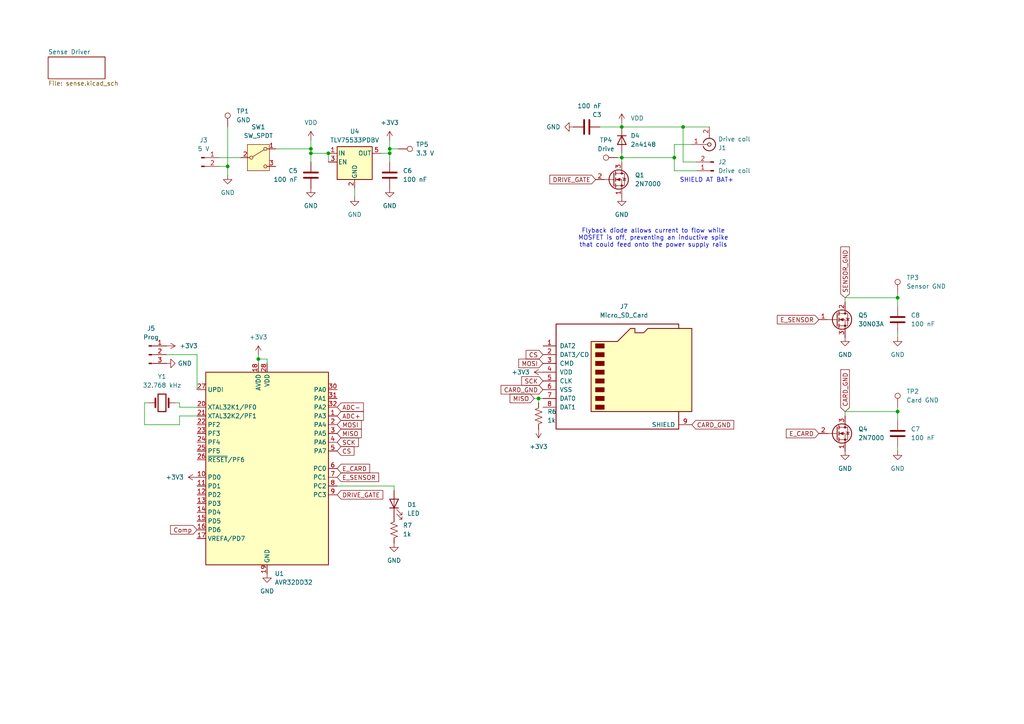
<source format=kicad_sch>
(kicad_sch (version 20231120) (generator "eeschema") (generator_version "8.0")
  (paper "A4")
  (lib_symbols
    (symbol "Connector:Conn_01x02_Pin" (pin_names (offset 1.016) hide)
      (property "Reference" "J" (at 0 2.54 0))
      (property "Value" "Conn_01x02_Pin" (at 0 -5.08 0))
      (symbol "Conn_01x02_Pin_1_1"
        (polyline (pts (xy 1.27 -2.54) (xy 0.8636 -2.54)) (stroke (width 0.1524)))
        (polyline (pts (xy 1.27 0) (xy 0.8636 0)) (stroke (width 0.1524)))
        (rectangle (start 0.8636 -2.413) (end 0 -2.667) (stroke (width 0.1524)) (fill (type outline)))
        (rectangle (start 0.8636 0.127) (end 0 -0.127) (stroke (width 0.1524)) (fill (type outline)))
        (pin passive line (at 5.08 0 180) (length 3.81) (name "Pin_1") (number "1"))
        (pin passive line (at 5.08 -2.54 180) (length 3.81) (name "Pin_2") (number "2"))
      )
    )
    (symbol "Connector:Conn_01x03_Pin" (pin_names (offset 1.016) hide)
      (property "Reference" "J" (at 0 5.08 0))
      (property "Value" "Conn_01x03_Pin" (at 0 -5.08 0))
      (symbol "Conn_01x03_Pin_1_1"
        (polyline (pts (xy 1.27 -2.54) (xy 0.8636 -2.54)) (stroke (width 0.1524)))
        (polyline (pts (xy 1.27 0) (xy 0.8636 0)) (stroke (width 0.1524)))
        (polyline (pts (xy 1.27 2.54) (xy 0.8636 2.54)) (stroke (width 0.1524)))
        (rectangle (start 0.8636 -2.413) (end 0 -2.667) (stroke (width 0.1524)) (fill (type outline)))
        (rectangle (start 0.8636 0.127) (end 0 -0.127) (stroke (width 0.1524)) (fill (type outline)))
        (rectangle (start 0.8636 2.667) (end 0 2.413) (stroke (width 0.1524)) (fill (type outline)))
        (pin passive line (at 5.08 2.54 180) (length 3.81) (name "Pin_1") (number "1"))
        (pin passive line (at 5.08 0 180) (length 3.81) (name "Pin_2") (number "2"))
        (pin passive line (at 5.08 -2.54 180) (length 3.81) (name "Pin_3") (number "3"))
      )
    )
    (symbol "Connector:Conn_Coaxial" (pin_names (offset 1.016) hide)
      (property "Reference" "J" (at 0.254 3.048 0))
      (property "Value" "Conn_Coaxial" (at 2.921 0 90))
      (symbol "Conn_Coaxial_0_1"
        (arc (start -1.778 -0.508) (mid 0.2311 -1.8066) (end 1.778 0) (stroke (width 0.254)))
        (polyline (pts (xy -2.54 0) (xy -0.508 0)))
        (polyline (pts (xy 0 -2.54) (xy 0 -1.778)))
        (circle (center 0 0) (radius 0.508) (stroke (width 0.2032)))
        (arc (start 1.778 0) (mid 0.2099 1.8101) (end -1.778 0.508) (stroke (width 0.254)))
      )
      (symbol "Conn_Coaxial_1_1"
        (pin passive line (at -5.08 0 0) (length 2.54) (name "In") (number "1"))
        (pin passive line (at 0 -5.08 90) (length 2.54) (name "Ext") (number "2"))
      )
    )
    (symbol "Connector:Micro_SD_Card" (pin_names (offset 1.016))
      (property "Reference" "J" (at -16.51 15.24 0))
      (property "Value" "Micro_SD_Card" (at 16.51 15.24 0))
      (symbol "Micro_SD_Card_0_1"
        (rectangle (start -7.62 -9.525) (end -5.08 -10.795) (fill (type outline)))
        (rectangle (start -7.62 -6.985) (end -5.08 -8.255) (fill (type outline)))
        (rectangle (start -7.62 -4.445) (end -5.08 -5.715) (fill (type outline)))
        (rectangle (start -7.62 -1.905) (end -5.08 -3.175) (fill (type outline)))
        (rectangle (start -7.62 0.635) (end -5.08 -0.635) (fill (type outline)))
        (rectangle (start -7.62 3.175) (end -5.08 1.905) (fill (type outline)))
        (rectangle (start -7.62 5.715) (end -5.08 4.445) (fill (type outline)))
        (rectangle (start -7.62 8.255) (end -5.08 6.985) (fill (type outline)))
        (polyline (pts (xy 16.51 12.7) (xy 16.51 13.97) (xy -19.05 13.97) (xy -19.05 -16.51) (xy 16.51 -16.51) (xy 16.51 -11.43)) (stroke (width 0.254)))
        (polyline (pts (xy -8.89 -11.43) (xy -8.89 8.89) (xy -1.27 8.89) (xy 2.54 12.7) (xy 3.81 12.7) (xy 3.81 11.43) (xy 6.35 11.43) (xy 7.62 12.7) (xy 20.32 12.7) (xy 20.32 -11.43) (xy -8.89 -11.43)) (stroke (width 0.254)) (fill (type background)))
      )
      (symbol "Micro_SD_Card_1_1"
        (pin bidirectional line (at -22.86 7.62 0) (length 3.81) (name "DAT2") (number "1"))
        (pin bidirectional line (at -22.86 5.08 0) (length 3.81) (name "DAT3/CD") (number "2"))
        (pin input line (at -22.86 2.54 0) (length 3.81) (name "CMD") (number "3"))
        (pin power_in line (at -22.86 0 0) (length 3.81) (name "VDD") (number "4"))
        (pin input line (at -22.86 -2.54 0) (length 3.81) (name "CLK") (number "5"))
        (pin power_in line (at -22.86 -5.08 0) (length 3.81) (name "VSS") (number "6"))
        (pin bidirectional line (at -22.86 -7.62 0) (length 3.81) (name "DAT0") (number "7"))
        (pin bidirectional line (at -22.86 -10.16 0) (length 3.81) (name "DAT1") (number "8"))
        (pin passive line (at 20.32 -15.24 180) (length 3.81) (name "SHIELD") (number "9"))
      )
    )
    (symbol "Connector:TestPoint" (pin_numbers hide) (pin_names (offset 0.762) hide)
      (property "Reference" "TP" (at 0 6.858 0))
      (property "Value" "TestPoint" (at 0 5.08 0))
      (symbol "TestPoint_0_1"
        (circle (center 0 3.302) (radius 0.762))
      )
      (symbol "TestPoint_1_1"
        (pin passive line (at 0 0 90) (length 2.54) (name "1") (number "1"))
      )
    )
    (symbol "Device:C" (pin_numbers hide) (pin_names (offset 0.254))
      (property "Reference" "C" (at 0.635 2.54 0))
      (property "Value" "C" (at 0.635 -2.54 0))
      (symbol "C_0_1"
        (polyline (pts (xy -2.032 -0.762) (xy 2.032 -0.762)) (stroke (width 0.508)))
        (polyline (pts (xy -2.032 0.762) (xy 2.032 0.762)) (stroke (width 0.508)))
      )
      (symbol "C_1_1"
        (pin passive line (at 0 3.81 270) (length 2.794) (name "~") (number "1"))
        (pin passive line (at 0 -3.81 90) (length 2.794) (name "~") (number "2"))
      )
    )
    (symbol "Device:Crystal" (pin_numbers hide) (pin_names (offset 1.016) hide)
      (property "Reference" "Y" (at 0 3.81 0))
      (property "Value" "Crystal" (at 0 -3.81 0))
      (symbol "Crystal_0_1"
        (rectangle (start -1.143 2.54) (end 1.143 -2.54) (stroke (width 0.3048)))
        (polyline (pts (xy -2.54 0) (xy -1.905 0)))
        (polyline (pts (xy -1.905 -1.27) (xy -1.905 1.27)) (stroke (width 0.508)))
        (polyline (pts (xy 1.905 -1.27) (xy 1.905 1.27)) (stroke (width 0.508)))
        (polyline (pts (xy 2.54 0) (xy 1.905 0)))
      )
      (symbol "Crystal_1_1"
        (pin passive line (at -3.81 0 0) (length 1.27) (name "1") (number "1"))
        (pin passive line (at 3.81 0 180) (length 1.27) (name "2") (number "2"))
      )
    )
    (symbol "Device:D" (pin_numbers hide) (pin_names (offset 1.016) hide)
      (property "Reference" "D" (at 0 2.54 0))
      (property "Value" "D" (at 0 -2.54 0))
      (symbol "D_0_1"
        (polyline (pts (xy -1.27 1.27) (xy -1.27 -1.27)) (stroke (width 0.254)))
        (polyline (pts (xy 1.27 0) (xy -1.27 0)))
        (polyline (pts (xy 1.27 1.27) (xy 1.27 -1.27) (xy -1.27 0) (xy 1.27 1.27)) (stroke (width 0.254)))
      )
      (symbol "D_1_1"
        (pin passive line (at -3.81 0 0) (length 2.54) (name "K") (number "1"))
        (pin passive line (at 3.81 0 180) (length 2.54) (name "A") (number "2"))
      )
    )
    (symbol "Device:LED" (pin_numbers hide) (pin_names (offset 1.016) hide)
      (property "Reference" "D" (at 0 2.54 0))
      (property "Value" "LED" (at 0 -2.54 0))
      (symbol "LED_0_1"
        (polyline (pts (xy -1.27 -1.27) (xy -1.27 1.27)) (stroke (width 0.254)))
        (polyline (pts (xy -1.27 0) (xy 1.27 0)))
        (polyline (pts (xy 1.27 -1.27) (xy 1.27 1.27) (xy -1.27 0) (xy 1.27 -1.27)) (stroke (width 0.254)))
        (polyline (pts (xy -3.048 -0.762) (xy -4.572 -2.286) (xy -3.81 -2.286) (xy -4.572 -2.286) (xy -4.572 -1.524)))
        (polyline (pts (xy -1.778 -0.762) (xy -3.302 -2.286) (xy -2.54 -2.286) (xy -3.302 -2.286) (xy -3.302 -1.524)))
      )
      (symbol "LED_1_1"
        (pin passive line (at -3.81 0 0) (length 2.54) (name "K") (number "1"))
        (pin passive line (at 3.81 0 180) (length 2.54) (name "A") (number "2"))
      )
    )
    (symbol "Device:R_US" (pin_numbers hide) (pin_names (offset 0))
      (property "Reference" "R" (at 2.54 0 90))
      (property "Value" "R_US" (at -2.54 0 90))
      (symbol "R_US_0_1"
        (polyline (pts (xy 0 -2.286) (xy 0 -2.54)))
        (polyline (pts (xy 0 2.286) (xy 0 2.54)))
        (polyline (pts (xy 0 -0.762) (xy 1.016 -1.143) (xy 0 -1.524) (xy -1.016 -1.905) (xy 0 -2.286)))
        (polyline (pts (xy 0 0.762) (xy 1.016 0.381) (xy 0 0) (xy -1.016 -0.381) (xy 0 -0.762)))
        (polyline (pts (xy 0 2.286) (xy 1.016 1.905) (xy 0 1.524) (xy -1.016 1.143) (xy 0 0.762)))
      )
      (symbol "R_US_1_1"
        (pin passive line (at 0 3.81 270) (length 1.27) (name "~") (number "1"))
        (pin passive line (at 0 -3.81 90) (length 1.27) (name "~") (number "2"))
      )
    )
    (symbol "MCU_Microchip_AVR_Dx:AVR32DA32x-xPT"
      (property "Reference" "U" (at -17.78 29.21 0))
      (property "Value" "AVR32DA32x-xPT" (at 2.54 -29.21 0))
      (symbol "AVR32DA32x-xPT_0_1"
        (rectangle (start -17.78 27.94) (end 17.78 -27.94) (stroke (width 0.254)) (fill (type background)))
      )
      (symbol "AVR32DA32x-xPT_1_1"
        (pin bidirectional line (at 20.32 15.24 180) (length 2.54) (name "PA3") (number "1"))
        (pin bidirectional line (at -20.32 -2.54 0) (length 2.54) (name "PD0") (number "10"))
        (pin bidirectional line (at -20.32 -5.08 0) (length 2.54) (name "PD1") (number "11"))
        (pin bidirectional line (at -20.32 -7.62 0) (length 2.54) (name "PD2") (number "12"))
        (pin bidirectional line (at -20.32 -10.16 0) (length 2.54) (name "PD3") (number "13"))
        (pin bidirectional line (at -20.32 -12.7 0) (length 2.54) (name "PD4") (number "14"))
        (pin bidirectional line (at -20.32 -15.24 0) (length 2.54) (name "PD5") (number "15"))
        (pin bidirectional line (at -20.32 -17.78 0) (length 2.54) (name "PD6") (number "16"))
        (pin bidirectional line (at -20.32 -20.32 0) (length 2.54) (name "VREFA/PD7") (number "17"))
        (pin power_in line (at -2.54 30.48 270) (length 2.54) (name "AVDD") (number "18"))
        (pin power_in line (at 0 -30.48 90) (length 2.54) (name "GND") (number "19"))
        (pin bidirectional line (at 20.32 12.7 180) (length 2.54) (name "PA4") (number "2"))
        (pin bidirectional line (at -20.32 17.78 0) (length 2.54) (name "XTAL32K1/PF0") (number "20"))
        (pin bidirectional line (at -20.32 15.24 0) (length 2.54) (name "XTAL32K2/PF1") (number "21"))
        (pin bidirectional line (at -20.32 12.7 0) (length 2.54) (name "PF2") (number "22"))
        (pin bidirectional line (at -20.32 10.16 0) (length 2.54) (name "PF3") (number "23"))
        (pin bidirectional line (at -20.32 7.62 0) (length 2.54) (name "PF4") (number "24"))
        (pin bidirectional line (at -20.32 5.08 0) (length 2.54) (name "PF5") (number "25"))
        (pin bidirectional line (at -20.32 2.54 0) (length 2.54) (name "~{RESET}/PF6") (number "26"))
        (pin input line (at -20.32 22.86 0) (length 2.54) (name "UPDI") (number "27"))
        (pin power_in line (at 0 30.48 270) (length 2.54) (name "VDD") (number "28"))
        (pin passive line (at 0 -30.48 90) (length 2.54) hide (name "GND") (number "29"))
        (pin bidirectional line (at 20.32 10.16 180) (length 2.54) (name "PA5") (number "3"))
        (pin bidirectional line (at 20.32 22.86 180) (length 2.54) (name "PA0") (number "30"))
        (pin bidirectional line (at 20.32 20.32 180) (length 2.54) (name "PA1") (number "31"))
        (pin bidirectional line (at 20.32 17.78 180) (length 2.54) (name "PA2") (number "32"))
        (pin bidirectional line (at 20.32 7.62 180) (length 2.54) (name "PA6") (number "4"))
        (pin bidirectional line (at 20.32 5.08 180) (length 2.54) (name "PA7") (number "5"))
        (pin bidirectional line (at 20.32 0 180) (length 2.54) (name "PC0") (number "6"))
        (pin bidirectional line (at 20.32 -2.54 180) (length 2.54) (name "PC1") (number "7"))
        (pin bidirectional line (at 20.32 -5.08 180) (length 2.54) (name "PC2") (number "8"))
        (pin bidirectional line (at 20.32 -7.62 180) (length 2.54) (name "PC3") (number "9"))
      )
    )
    (symbol "Regulator_Linear:TLV75533PDBV" (pin_names (offset 0.254))
      (property "Reference" "U" (at -3.81 5.715 0))
      (property "Value" "TLV75533PDBV" (at 0 5.715 0))
      (symbol "TLV75533PDBV_0_1"
        (rectangle (start -5.08 4.445) (end 5.08 -5.08) (stroke (width 0.254)) (fill (type background)))
      )
      (symbol "TLV75533PDBV_1_1"
        (pin power_in line (at -7.62 2.54 0) (length 2.54) (name "IN") (number "1"))
        (pin power_in line (at 0 -7.62 90) (length 2.54) (name "GND") (number "2"))
        (pin input line (at -7.62 0 0) (length 2.54) (name "EN") (number "3"))
        (pin no_connect line (at 5.08 0 180) (length 2.54) hide (name "NC") (number "4"))
        (pin power_out line (at 7.62 2.54 180) (length 2.54) (name "OUT") (number "5"))
      )
    )
    (symbol "Switch:SW_SPDT" (pin_names (offset 0) hide)
      (property "Reference" "SW" (at 0 5.08 0))
      (property "Value" "SW_SPDT" (at 0 -5.08 0))
      (symbol "SW_SPDT_0_1"
        (circle (center -2.032 0) (radius 0.4572))
        (polyline (pts (xy -1.651 0.254) (xy 1.651 2.286)))
        (circle (center 2.032 -2.54) (radius 0.4572))
        (circle (center 2.032 2.54) (radius 0.4572))
      )
      (symbol "SW_SPDT_1_1"
        (rectangle (start -3.175 3.81) (end 3.175 -3.81) (fill (type background)))
        (pin passive line (at 5.08 2.54 180) (length 2.54) (name "A") (number "1"))
        (pin passive line (at -5.08 0 0) (length 2.54) (name "B") (number "2"))
        (pin passive line (at 5.08 -2.54 180) (length 2.54) (name "C") (number "3"))
      )
    )
    (symbol "Transistor_FET:2N7000" (pin_names hide)
      (property "Reference" "Q" (at 5.08 1.905 0))
      (property "Value" "2N7000" (at 5.08 0 0))
      (symbol "2N7000_0_1"
        (polyline (pts (xy 0.254 0) (xy -2.54 0)))
        (polyline (pts (xy 0.254 1.905) (xy 0.254 -1.905)) (stroke (width 0.254)))
        (polyline (pts (xy 0.762 -1.27) (xy 0.762 -2.286)) (stroke (width 0.254)))
        (polyline (pts (xy 0.762 0.508) (xy 0.762 -0.508)) (stroke (width 0.254)))
        (polyline (pts (xy 0.762 2.286) (xy 0.762 1.27)) (stroke (width 0.254)))
        (polyline (pts (xy 2.54 2.54) (xy 2.54 1.778)))
        (polyline (pts (xy 2.54 -2.54) (xy 2.54 0) (xy 0.762 0)))
        (polyline (pts (xy 0.762 -1.778) (xy 3.302 -1.778) (xy 3.302 1.778) (xy 0.762 1.778)))
        (polyline (pts (xy 1.016 0) (xy 2.032 0.381) (xy 2.032 -0.381) (xy 1.016 0)) (fill (type outline)))
        (polyline (pts (xy 2.794 0.508) (xy 2.921 0.381) (xy 3.683 0.381) (xy 3.81 0.254)))
        (polyline (pts (xy 3.302 0.381) (xy 2.921 -0.254) (xy 3.683 -0.254) (xy 3.302 0.381)))
        (circle (center 1.651 0) (radius 2.794) (stroke (width 0.254)))
        (circle (center 2.54 -1.778) (radius 0.254) (fill (type outline)))
        (circle (center 2.54 1.778) (radius 0.254) (fill (type outline)))
      )
      (symbol "2N7000_1_1"
        (pin passive line (at 2.54 -5.08 90) (length 2.54) (name "S") (number "1"))
        (pin input line (at -5.08 0 0) (length 2.54) (name "G") (number "2"))
        (pin passive line (at 2.54 5.08 270) (length 2.54) (name "D") (number "3"))
      )
    )
    (symbol "Transistor_FET:IPD50R3K0CE" (pin_names hide)
      (property "Reference" "Q" (at 5.08 1.905 0))
      (property "Value" "IPD50R3K0CE" (at 5.08 0 0))
      (symbol "IPD50R3K0CE_0_1"
        (polyline (pts (xy 0.254 0) (xy -2.54 0)))
        (polyline (pts (xy 0.254 1.905) (xy 0.254 -1.905)) (stroke (width 0.254)))
        (polyline (pts (xy 0.762 -1.27) (xy 0.762 -2.286)) (stroke (width 0.254)))
        (polyline (pts (xy 0.762 0.508) (xy 0.762 -0.508)) (stroke (width 0.254)))
        (polyline (pts (xy 0.762 2.286) (xy 0.762 1.27)) (stroke (width 0.254)))
        (polyline (pts (xy 2.54 2.54) (xy 2.54 1.778)))
        (polyline (pts (xy 2.54 -2.54) (xy 2.54 0) (xy 0.762 0)))
        (polyline (pts (xy 0.762 -1.778) (xy 3.302 -1.778) (xy 3.302 1.778) (xy 0.762 1.778)))
        (polyline (pts (xy 1.016 0) (xy 2.032 0.381) (xy 2.032 -0.381) (xy 1.016 0)) (fill (type outline)))
        (polyline (pts (xy 2.794 0.508) (xy 2.921 0.381) (xy 3.683 0.381) (xy 3.81 0.254)))
        (polyline (pts (xy 3.302 0.381) (xy 2.921 -0.254) (xy 3.683 -0.254) (xy 3.302 0.381)))
        (circle (center 1.651 0) (radius 2.794) (stroke (width 0.254)))
        (circle (center 2.54 -1.778) (radius 0.254) (fill (type outline)))
        (circle (center 2.54 1.778) (radius 0.254) (fill (type outline)))
      )
      (symbol "IPD50R3K0CE_1_1"
        (pin input line (at -5.08 0 0) (length 2.54) (name "G") (number "1"))
        (pin passive line (at 2.54 5.08 270) (length 2.54) (name "D") (number "2"))
        (pin passive line (at 2.54 -5.08 90) (length 2.54) (name "S") (number "3"))
      )
    )
    (symbol "power:+3V3" (power) (pin_numbers hide) (pin_names (offset 0) hide)
      (property "Value" "+3V3" (at 0 3.556 0))
      (symbol "+3V3_0_1"
        (polyline (pts (xy -0.762 1.27) (xy 0 2.54)))
        (polyline (pts (xy 0 0) (xy 0 2.54)))
        (polyline (pts (xy 0 2.54) (xy 0.762 1.27)))
      )
      (symbol "+3V3_1_1"
        (pin power_in line (at 0 0 90) (length 0) (name "~") (number "1"))
      )
    )
    (symbol "power:GND" (power) (pin_numbers hide) (pin_names (offset 0) hide)
      (property "Value" "GND" (at 0 -3.81 0))
      (symbol "GND_0_1"
        (polyline (pts (xy 0 0) (xy 0 -1.27) (xy 1.27 -1.27) (xy 0 -2.54) (xy -1.27 -1.27) (xy 0 -1.27)))
      )
      (symbol "GND_1_1"
        (pin power_in line (at 0 0 270) (length 0) (name "~") (number "1"))
      )
    )
    (symbol "power:VDD" (power) (pin_numbers hide) (pin_names (offset 0) hide)
      (property "Value" "VDD" (at 0 3.556 0))
      (symbol "VDD_0_1"
        (polyline (pts (xy -0.762 1.27) (xy 0 2.54)))
        (polyline (pts (xy 0 0) (xy 0 2.54)))
        (polyline (pts (xy 0 2.54) (xy 0.762 1.27)))
      )
      (symbol "VDD_1_1"
        (pin power_in line (at 0 0 90) (length 0) (name "~") (number "1"))
      )
    )
  )
  (junction (at 74.93 104.14))
  (junction (at 198.12 36.83))
  (junction (at 180.34 45.72))
  (junction (at 260.35 119.38))
  (junction (at 66.04 48.26))
  (junction (at 260.35 86.36))
  (junction (at 95.25 44.45))
  (junction (at 113.03 43.18))
  (junction (at 90.17 43.18))
  (junction (at 113.03 44.45))
  (junction (at 156.21 115.57))
  (junction (at 180.34 36.83))
  (junction (at 195.58 45.72))
  (junction (at 90.17 44.45))
  (wire (pts (xy 180.34 45.72) (xy 180.34 46.99)))
  (wire (pts (xy 180.34 36.83) (xy 198.12 36.83)))
  (wire (pts (xy 260.35 97.79) (xy 260.35 96.52)))
  (wire (pts (xy 66.04 48.26) (xy 63.5 48.26)))
  (wire (pts (xy 57.15 120.65) (xy 52.07 120.65)))
  (wire (pts (xy 156.21 115.57) (xy 157.48 115.57)))
  (wire (pts (xy 63.5 45.72) (xy 69.85 45.72)))
  (wire (pts (xy 95.25 46.99) (xy 95.25 44.45)))
  (wire (pts (xy 113.03 43.18) (xy 113.03 44.45)))
  (wire (pts (xy 245.11 86.36) (xy 245.11 87.63)))
  (wire (pts (xy 260.35 86.36) (xy 260.35 88.9)))
  (wire (pts (xy 52.07 120.65) (xy 52.07 123.19)))
  (wire (pts (xy 66.04 50.8) (xy 66.04 48.26)))
  (wire (pts (xy 173.99 36.83) (xy 180.34 36.83)))
  (wire (pts (xy 52.07 116.84) (xy 50.8 116.84)))
  (wire (pts (xy 260.35 85.09) (xy 260.35 86.36)))
  (wire (pts (xy 114.3 140.97) (xy 97.79 140.97)))
  (wire (pts (xy 90.17 44.45) (xy 95.25 44.45)))
  (wire (pts (xy 201.93 46.99) (xy 198.12 46.99)))
  (wire (pts (xy 41.91 123.19) (xy 41.91 116.84)))
  (wire (pts (xy 113.03 40.64) (xy 113.03 43.18)))
  (wire (pts (xy 102.87 57.15) (xy 102.87 54.61)))
  (wire (pts (xy 57.15 102.87) (xy 57.15 113.03)))
  (wire (pts (xy 245.11 119.38) (xy 260.35 119.38)))
  (wire (pts (xy 245.11 86.36) (xy 260.35 86.36)))
  (wire (pts (xy 195.58 45.72) (xy 195.58 41.91)))
  (wire (pts (xy 41.91 116.84) (xy 43.18 116.84)))
  (wire (pts (xy 198.12 46.99) (xy 198.12 36.83)))
  (wire (pts (xy 195.58 41.91) (xy 200.66 41.91)))
  (wire (pts (xy 180.34 35.56) (xy 180.34 36.83)))
  (wire (pts (xy 90.17 40.64) (xy 90.17 43.18)))
  (wire (pts (xy 74.93 104.14) (xy 74.93 105.41)))
  (wire (pts (xy 245.11 119.38) (xy 245.11 120.65)))
  (wire (pts (xy 198.12 36.83) (xy 205.74 36.83)))
  (wire (pts (xy 52.07 116.84) (xy 52.07 118.11)))
  (wire (pts (xy 154.94 115.57) (xy 156.21 115.57)))
  (wire (pts (xy 114.3 142.24) (xy 114.3 140.97)))
  (wire (pts (xy 77.47 104.14) (xy 77.47 105.41)))
  (wire (pts (xy 80.01 43.18) (xy 90.17 43.18)))
  (wire (pts (xy 260.35 118.11) (xy 260.35 119.38)))
  (wire (pts (xy 156.21 115.57) (xy 156.21 116.84)))
  (wire (pts (xy 52.07 123.19) (xy 41.91 123.19)))
  (wire (pts (xy 113.03 43.18) (xy 115.57 43.18)))
  (wire (pts (xy 90.17 43.18) (xy 90.17 44.45)))
  (wire (pts (xy 74.93 104.14) (xy 77.47 104.14)))
  (wire (pts (xy 195.58 49.53) (xy 195.58 45.72)))
  (wire (pts (xy 180.34 44.45) (xy 180.34 45.72)))
  (wire (pts (xy 90.17 44.45) (xy 90.17 46.99)))
  (wire (pts (xy 260.35 130.81) (xy 260.35 129.54)))
  (wire (pts (xy 52.07 118.11) (xy 57.15 118.11)))
  (wire (pts (xy 48.26 102.87) (xy 57.15 102.87)))
  (wire (pts (xy 74.93 102.87) (xy 74.93 104.14)))
  (wire (pts (xy 180.34 45.72) (xy 195.58 45.72)))
  (wire (pts (xy 179.07 45.72) (xy 180.34 45.72)))
  (wire (pts (xy 201.93 49.53) (xy 195.58 49.53)))
  (wire (pts (xy 113.03 44.45) (xy 110.49 44.45)))
  (wire (pts (xy 66.04 36.83) (xy 66.04 48.26)))
  (wire (pts (xy 113.03 46.99) (xy 113.03 44.45)))
  (wire (pts (xy 260.35 119.38) (xy 260.35 121.92)))
  (text "SHIELD AT BAT+" (at 204.978 52.324 0) (effects (font (size 1.27 1.27))))
  (text "Flyback diode allows current to flow while\nMOSFET is off, preventing an inductive spike\nthat could feed onto the power supply rails" (at 189.484 69.088 0) (effects (font (size 1.27 1.27))))
  (global_label "CARD_GND" (shape input) (at 245.11 119.38 90) (property "Intersheetrefs" "${INTERSHEET_REFS}" (effects (hide yes))))
  (global_label "CS" (shape input) (at 157.48 102.87 180) (property "Intersheetrefs" "${INTERSHEET_REFS}" (effects (hide yes))))
  (global_label "E_CARD" (shape input) (at 237.49 125.73 180) (property "Intersheetrefs" "${INTERSHEET_REFS}" (effects (hide yes))))
  (global_label "CS" (shape input) (at 97.79 130.81 0) (property "Intersheetrefs" "${INTERSHEET_REFS}" (effects (hide yes))))
  (global_label "MOSI" (shape input) (at 97.79 123.19 0) (property "Intersheetrefs" "${INTERSHEET_REFS}" (effects (hide yes))))
  (global_label "ADC+" (shape input) (at 97.79 120.65 0) (property "Intersheetrefs" "${INTERSHEET_REFS}" (effects (hide yes))))
  (global_label "DRIVE_GATE" (shape input) (at 172.72 52.07 180) (property "Intersheetrefs" "${INTERSHEET_REFS}" (effects (hide yes))))
  (global_label "E_CARD" (shape input) (at 97.79 135.89 0) (property "Intersheetrefs" "${INTERSHEET_REFS}" (effects (hide yes))))
  (global_label "MISO" (shape input) (at 154.94 115.57 180) (property "Intersheetrefs" "${INTERSHEET_REFS}" (effects (hide yes))))
  (global_label "SCK" (shape input) (at 157.48 110.49 180) (property "Intersheetrefs" "${INTERSHEET_REFS}" (effects (hide yes))))
  (global_label "SENSOR_GND" (shape input) (at 245.11 86.36 90) (property "Intersheetrefs" "${INTERSHEET_REFS}" (effects (hide yes))))
  (global_label "MOSI" (shape input) (at 157.48 105.41 180) (property "Intersheetrefs" "${INTERSHEET_REFS}" (effects (hide yes))))
  (global_label "SCK" (shape input) (at 97.79 128.27 0) (property "Intersheetrefs" "${INTERSHEET_REFS}" (effects (hide yes))))
  (global_label "CARD_GND" (shape input) (at 157.48 113.03 180) (property "Intersheetrefs" "${INTERSHEET_REFS}" (effects (hide yes))))
  (global_label "E_SENSOR" (shape input) (at 237.49 92.71 180) (property "Intersheetrefs" "${INTERSHEET_REFS}" (effects (hide yes))))
  (global_label "CARD_GND" (shape input) (at 200.66 123.19 0) (property "Intersheetrefs" "${INTERSHEET_REFS}" (effects (hide yes))))
  (global_label "MISO" (shape input) (at 97.79 125.73 0) (property "Intersheetrefs" "${INTERSHEET_REFS}" (effects (hide yes))))
  (global_label "Comp" (shape input) (at 57.15 153.67 180) (property "Intersheetrefs" "${INTERSHEET_REFS}" (effects (hide yes))))
  (global_label "DRIVE_GATE" (shape input) (at 97.79 143.51 0) (property "Intersheetrefs" "${INTERSHEET_REFS}" (effects (hide yes))))
  (global_label "E_SENSOR" (shape input) (at 97.79 138.43 0) (property "Intersheetrefs" "${INTERSHEET_REFS}" (effects (hide yes))))
  (global_label "ADC-" (shape input) (at 97.79 118.11 0) (property "Intersheetrefs" "${INTERSHEET_REFS}" (effects (hide yes))))
  (symbol (lib_id "Connector:Conn_01x02_Pin") (at 207.01 49.53 180) (unit 1)
    (property "Reference" "J2" (at 208.28 46.9899 0) (effects (justify right)))
    (property "Value" "Drive coil" (at 208.28 49.5299 0) (effects (justify right)))
    (property "Footprint" "Connector_PinHeader_2.54mm:PinHeader_1x02_P2.54mm_Vertical" (effects (hide yes)))
    (property "Description" "Generic connector, single row, 01x02, script generated" (effects (hide yes)))
  )
  (symbol (lib_id "power:VDD") (at 90.17 40.64 0) (unit 1)
    (property "Reference" "#PWR014" (effects (hide yes)))
    (property "Value" "VDD" (at 90.17 35.56 0))
    (property "Description" "Power symbol creates a global label with name \"VDD\"" (effects (hide yes)))
  )
  (symbol (lib_id "Device:R_US") (at 156.21 120.65 0) (mirror y) (unit 1)
    (property "Reference" "R6" (at 158.75 119.3799 0) (effects (justify right)))
    (property "Value" "1k" (at 158.75 121.9199 0) (effects (justify right)))
    (property "Footprint" "Resistor_THT:R_Axial_DIN0207_L6.3mm_D2.5mm_P10.16mm_Horizontal" (effects (hide yes)))
    (property "Description" "Resistor, US symbol" (effects (hide yes)))
  )
  (symbol (lib_id "Connector:TestPoint") (at 66.04 36.83 0) (unit 1)
    (property "Reference" "TP1" (at 68.58 32.2579 0) (effects (justify left)))
    (property "Value" "GND" (at 68.58 34.7979 0) (effects (justify left)))
    (property "Footprint" "TestPoint:TestPoint_Keystone_5015_Micro-Minature" (effects (hide yes)))
    (property "Description" "test point" (effects (hide yes)))
  )
  (symbol (lib_id "Connector:Micro_SD_Card") (at 180.34 107.95 0) (unit 1)
    (property "Reference" "J7" (at 180.975 88.9 0))
    (property "Value" "Micro_SD_Card" (at 180.975 91.44 0))
    (property "Footprint" "Connector_Card:microSD_HC_Molex_104031-0811" (effects (hide yes)))
    (property "Datasheet" "http://katalog.we-online.de/em/datasheet/693072010801.pdf" (effects (hide yes)))
    (property "Description" "Micro SD Card Socket" (effects (hide yes)))
  )
  (symbol (lib_id "Transistor_FET:IPD50R3K0CE") (at 242.57 92.71 0) (unit 1)
    (property "Reference" "Q5" (at 248.92 91.4399 0) (effects (justify left)))
    (property "Value" "30N03A" (at 248.92 93.9799 0) (effects (justify left)))
    (property "Footprint" "Package_TO_SOT_SMD:TO-252-2" (effects (hide yes)))
    (property "Datasheet" "https://www.infineon.com/dgdl/IPx50R3K0CE_2_0.pdf?folderId=db3a3043163797a6011637d4bae7003b&fileId=db3a304339dcf4b10139e7e9ff592ce4" (effects (hide yes)))
    (property "Description" "1.7A Id, 500V Vds, CoolMOS N-Channel Power MOSFET, 3Ohm Ron, 4.3nC Qg (typ), TO-252-2" (effects (hide yes)))
  )
  (symbol (lib_id "power:GND") (at 113.03 54.61 0) (unit 1)
    (property "Reference" "#PWR018" (effects (hide yes)))
    (property "Value" "GND" (at 113.03 59.69 0))
    (property "Description" "Power symbol creates a global label with name \"GND\" , ground" (effects (hide yes)))
  )
  (symbol (lib_id "Connector:TestPoint") (at 179.07 45.72 90) (unit 1)
    (property "Reference" "TP4" (at 175.768 40.64 90))
    (property "Value" "Drive" (at 175.768 43.18 90))
    (property "Footprint" "TestPoint:TestPoint_Keystone_5015_Micro-Minature" (effects (hide yes)))
    (property "Description" "test point" (effects (hide yes)))
  )
  (symbol (lib_id "power:GND") (at 48.26 105.41 90) (unit 1)
    (property "Reference" "#PWR019" (effects (hide yes)))
    (property "Value" "GND" (at 51.562 105.41 90) (effects (justify right)))
    (property "Description" "Power symbol creates a global label with name \"GND\" , ground" (effects (hide yes)))
  )
  (symbol (lib_id "power:GND") (at 114.3 157.48 0) (unit 1)
    (property "Reference" "#PWR013" (effects (hide yes)))
    (property "Value" "GND" (at 114.3 162.56 0))
    (property "Description" "Power symbol creates a global label with name \"GND\" , ground" (effects (hide yes)))
  )
  (symbol (lib_id "Connector:TestPoint") (at 115.57 43.18 270) (unit 1)
    (property "Reference" "TP5" (at 120.65 41.9099 90) (effects (justify left)))
    (property "Value" "3.3 V" (at 120.65 44.4499 90) (effects (justify left)))
    (property "Footprint" "TestPoint:TestPoint_Keystone_5015_Micro-Minature" (effects (hide yes)))
    (property "Description" "test point" (effects (hide yes)))
  )
  (symbol (lib_id "Switch:SW_SPDT") (at 74.93 45.72 0) (unit 1)
    (property "Reference" "SW1" (at 74.93 36.83 0))
    (property "Value" "SW_SPDT" (at 74.93 39.37 0))
    (property "Footprint" "Button_Switch_THT:SW_E-Switch_EG1271_SPDT" (effects (hide yes)))
    (property "Description" "Switch, single pole double throw" (effects (hide yes)))
  )
  (symbol (lib_id "power:+3V3") (at 156.21 124.46 180) (unit 1)
    (property "Reference" "#PWR05" (effects (hide yes)))
    (property "Value" "+3V3" (at 156.21 129.54 0))
    (property "Description" "Power symbol creates a global label with name \"+3V3\"" (effects (hide yes)))
  )
  (symbol (lib_id "Device:C") (at 170.18 36.83 270) (mirror x) (unit 1)
    (property "Reference" "C3" (at 174.498 33.274 90) (effects (justify right)))
    (property "Value" "100 nF" (at 174.498 30.734 90) (effects (justify right)))
    (property "Footprint" "Capacitor_THT:C_Disc_D3.4mm_W2.1mm_P2.50mm" (effects (hide yes)))
    (property "Description" "Unpolarized capacitor" (effects (hide yes)))
  )
  (symbol (lib_id "power:GND") (at 90.17 54.61 0) (unit 1)
    (property "Reference" "#PWR017" (effects (hide yes)))
    (property "Value" "GND" (at 90.17 59.69 0))
    (property "Description" "Power symbol creates a global label with name \"GND\" , ground" (effects (hide yes)))
  )
  (symbol (lib_id "Device:C") (at 260.35 92.71 0) (unit 1)
    (property "Reference" "C8" (at 264.16 91.4399 0) (effects (justify left)))
    (property "Value" "100 nF" (at 264.16 93.9799 0) (effects (justify left)))
    (property "Footprint" "Capacitor_THT:C_Disc_D3.4mm_W2.1mm_P2.50mm" (effects (hide yes)))
    (property "Description" "Unpolarized capacitor" (effects (hide yes)))
  )
  (symbol (lib_id "Connector:Conn_01x03_Pin") (at 43.18 102.87 0) (unit 1)
    (property "Reference" "J5" (at 43.815 95.25 0))
    (property "Value" "Prog" (at 43.815 97.79 0))
    (property "Footprint" "Connector_PinHeader_2.54mm:PinHeader_1x03_P2.54mm_Vertical" (effects (hide yes)))
    (property "Description" "Generic connector, single row, 01x03, script generated" (effects (hide yes)))
  )
  (symbol (lib_id "Device:Crystal") (at 46.99 116.84 0) (unit 1)
    (property "Reference" "Y1" (at 46.99 109.22 0))
    (property "Value" "32.768 kHz" (at 46.99 111.76 0))
    (property "Footprint" "Crystal:Crystal_HC52-8mm_Vertical" (effects (hide yes)))
    (property "Description" "Two pin crystal" (effects (hide yes)))
  )
  (symbol (lib_id "power:GND") (at 166.37 36.83 270) (unit 1)
    (property "Reference" "#PWR010" (effects (hide yes)))
    (property "Value" "GND" (at 162.56 36.8299 90) (effects (justify right)))
    (property "Description" "Power symbol creates a global label with name \"GND\" , ground" (effects (hide yes)))
  )
  (symbol (lib_id "power:GND") (at 180.34 57.15 0) (unit 1)
    (property "Reference" "#PWR01" (effects (hide yes)))
    (property "Value" "GND" (at 180.34 62.23 0))
    (property "Description" "Power symbol creates a global label with name \"GND\" , ground" (effects (hide yes)))
  )
  (symbol (lib_id "Device:C") (at 260.35 125.73 0) (unit 1)
    (property "Reference" "C7" (at 264.16 124.4599 0) (effects (justify left)))
    (property "Value" "100 nF" (at 264.16 126.9999 0) (effects (justify left)))
    (property "Footprint" "Capacitor_THT:C_Disc_D3.4mm_W2.1mm_P2.50mm" (effects (hide yes)))
    (property "Description" "Unpolarized capacitor" (effects (hide yes)))
  )
  (symbol (lib_id "Connector:TestPoint") (at 260.35 85.09 0) (unit 1)
    (property "Reference" "TP3" (at 262.89 80.5179 0) (effects (justify left)))
    (property "Value" "Sensor GND" (at 262.89 83.0579 0) (effects (justify left)))
    (property "Footprint" "TestPoint:TestPoint_Keystone_5015_Micro-Minature" (effects (hide yes)))
    (property "Description" "test point" (effects (hide yes)))
  )
  (symbol (lib_id "Connector:Conn_01x02_Pin") (at 58.42 45.72 0) (unit 1)
    (property "Reference" "J3" (at 59.055 40.64 0))
    (property "Value" "5 V" (at 59.055 43.18 0))
    (property "Footprint" "Connector_PinHeader_2.54mm:PinHeader_1x02_P2.54mm_Vertical" (effects (hide yes)))
    (property "Description" "Generic connector, single row, 01x02, script generated" (effects (hide yes)))
  )
  (symbol (lib_id "Connector:TestPoint") (at 260.35 118.11 0) (unit 1)
    (property "Reference" "TP2" (at 262.89 113.5379 0) (effects (justify left)))
    (property "Value" "Card GND" (at 262.89 116.0779 0) (effects (justify left)))
    (property "Footprint" "TestPoint:TestPoint_Keystone_5015_Micro-Minature" (effects (hide yes)))
    (property "Description" "test point" (effects (hide yes)))
  )
  (symbol (lib_id "MCU_Microchip_AVR_Dx:AVR32DA32x-xPT") (at 77.47 135.89 0) (unit 1)
    (property "Reference" "U1" (at 79.6641 166.37 0) (effects (justify left)))
    (property "Value" "AVR32DD32" (at 79.6641 168.91 0) (effects (justify left)))
    (property "Footprint" "Package_QFP:TQFP-32_7x7mm_P0.8mm" (effects (hide yes)))
    (property "Datasheet" "https://ww1.microchip.com/downloads/en/DeviceDoc/AVR32DA28-32-48-Data-Sheet-40002228B.pdf" (effects (hide yes)))
    (property "Description" "24MHz, 32kB Flash, 4kB SRAM, EEPROM with Touch Sensing, TQFP-32" (effects (hide yes)))
  )
  (symbol (lib_id "power:VDD") (at 180.34 35.56 0) (unit 1)
    (property "Reference" "#PWR03" (effects (hide yes)))
    (property "Value" "VDD" (at 182.88 34.2899 0) (effects (justify left)))
    (property "Description" "Power symbol creates a global label with name \"VDD\"" (effects (hide yes)))
  )
  (symbol (lib_id "power:GND") (at 245.11 97.79 0) (unit 1)
    (property "Reference" "#PWR020" (effects (hide yes)))
    (property "Value" "GND" (at 245.11 102.87 0))
    (property "Description" "Power symbol creates a global label with name \"GND\" , ground" (effects (hide yes)))
  )
  (symbol (lib_id "power:+3V3") (at 157.48 107.95 90) (unit 1)
    (property "Reference" "#PWR016" (effects (hide yes)))
    (property "Value" "+3V3" (at 153.67 107.9499 90) (effects (justify left)))
    (property "Description" "Power symbol creates a global label with name \"+3V3\"" (effects (hide yes)))
  )
  (symbol (lib_id "power:+3V3") (at 57.15 138.43 90) (unit 1)
    (property "Reference" "#PWR030" (effects (hide yes)))
    (property "Value" "+3V3" (at 53.34 138.4299 90) (effects (justify left)))
    (property "Description" "Power symbol creates a global label with name \"+3V3\"" (effects (hide yes)))
  )
  (symbol (lib_id "Device:LED") (at 114.3 146.05 90) (unit 1)
    (property "Reference" "D1" (at 118.11 146.3674 90) (effects (justify right)))
    (property "Value" "LED" (at 118.11 148.9074 90) (effects (justify right)))
    (property "Footprint" "LED_THT:LED_D3.0mm" (effects (hide yes)))
    (property "Description" "Light emitting diode" (effects (hide yes)))
  )
  (symbol (lib_id "Transistor_FET:2N7000") (at 242.57 125.73 0) (unit 1)
    (property "Reference" "Q4" (at 248.92 124.4599 0) (effects (justify left)))
    (property "Value" "2N7000" (at 248.92 126.9999 0) (effects (justify left)))
    (property "Footprint" "Package_TO_SOT_THT:TO-92_Inline" (effects (hide yes)))
    (property "Datasheet" "https://www.vishay.com/docs/70226/70226.pdf" (effects (hide yes)))
    (property "Description" "0.2A Id, 200V Vds, N-Channel MOSFET, 2.6V Logic Level, TO-92" (effects (hide yes)))
  )
  (symbol (lib_id "power:+3V3") (at 74.93 102.87 0) (unit 1)
    (property "Reference" "#PWR034" (effects (hide yes)))
    (property "Value" "+3V3" (at 74.93 97.79 0))
    (property "Description" "Power symbol creates a global label with name \"+3V3\"" (effects (hide yes)))
  )
  (symbol (lib_id "power:GND") (at 260.35 97.79 0) (unit 1)
    (property "Reference" "#PWR024" (effects (hide yes)))
    (property "Value" "GND" (at 260.35 102.87 0))
    (property "Description" "Power symbol creates a global label with name \"GND\" , ground" (effects (hide yes)))
  )
  (symbol (lib_id "Regulator_Linear:TLV75533PDBV") (at 102.87 46.99 0) (unit 1)
    (property "Reference" "U4" (at 102.87 38.1 0))
    (property "Value" "TLV75533PDBV" (at 102.87 40.64 0))
    (property "Footprint" "Package_TO_SOT_SMD:SOT-23-5" (effects (hide yes)))
    (property "Datasheet" "http://www.ti.com/lit/ds/symlink/tlv755p.pdf" (effects (hide yes)))
    (property "Description" "500mA Low Dropout Voltage Regulator, Fixed Output 3.3V, SOT-23-5" (effects (hide yes)))
  )
  (symbol (lib_id "power:GND") (at 245.11 130.81 0) (unit 1)
    (property "Reference" "#PWR08" (effects (hide yes)))
    (property "Value" "GND" (at 245.11 135.89 0))
    (property "Description" "Power symbol creates a global label with name \"GND\" , ground" (effects (hide yes)))
  )
  (symbol (lib_id "power:GND") (at 102.87 57.15 0) (unit 1)
    (property "Reference" "#PWR015" (effects (hide yes)))
    (property "Value" "GND" (at 102.87 62.23 0))
    (property "Description" "Power symbol creates a global label with name \"GND\" , ground" (effects (hide yes)))
  )
  (symbol (lib_id "power:GND") (at 66.04 50.8 0) (unit 1)
    (property "Reference" "#PWR09" (effects (hide yes)))
    (property "Value" "GND" (at 66.04 55.88 0))
    (property "Description" "Power symbol creates a global label with name \"GND\" , ground" (effects (hide yes)))
  )
  (symbol (lib_id "Device:D") (at 180.34 40.64 270) (unit 1)
    (property "Reference" "D4" (at 182.88 39.3699 90) (effects (justify left)))
    (property "Value" "2n4148" (at 182.88 41.9099 90) (effects (justify left)))
    (property "Footprint" "Diode_THT:D_DO-34_SOD68_P7.62mm_Horizontal" (effects (hide yes)))
    (property "Description" "Diode" (effects (hide yes)))
    (property "Sim.Device" "D" (effects (hide yes)))
    (property "Sim.Pins" "1=K 2=A" (effects (hide yes)))
  )
  (symbol (lib_id "Device:R_US") (at 114.3 153.67 0) (mirror y) (unit 1)
    (property "Reference" "R7" (at 116.84 152.3999 0) (effects (justify right)))
    (property "Value" "1k" (at 116.84 154.9399 0) (effects (justify right)))
    (property "Footprint" "Resistor_THT:R_Axial_DIN0207_L6.3mm_D2.5mm_P10.16mm_Horizontal" (effects (hide yes)))
    (property "Description" "Resistor, US symbol" (effects (hide yes)))
  )
  (symbol (lib_id "power:+3V3") (at 48.26 100.33 270) (unit 1)
    (property "Reference" "#PWR022" (effects (hide yes)))
    (property "Value" "+3V3" (at 52.07 100.3299 90) (effects (justify left)))
    (property "Description" "Power symbol creates a global label with name \"+3V3\"" (effects (hide yes)))
  )
  (symbol (lib_id "power:GND") (at 77.47 166.37 0) (unit 1)
    (property "Reference" "#PWR04" (effects (hide yes)))
    (property "Value" "GND" (at 77.47 171.45 0))
    (property "Description" "Power symbol creates a global label with name \"GND\" , ground" (effects (hide yes)))
  )
  (symbol (lib_id "power:GND") (at 260.35 130.81 0) (unit 1)
    (property "Reference" "#PWR023" (effects (hide yes)))
    (property "Value" "GND" (at 260.35 135.89 0))
    (property "Description" "Power symbol creates a global label with name \"GND\" , ground" (effects (hide yes)))
  )
  (symbol (lib_id "Device:C") (at 90.17 50.8 0) (mirror x) (unit 1)
    (property "Reference" "C5" (at 86.36 49.5299 0) (effects (justify right)))
    (property "Value" "100 nF" (at 86.36 52.0699 0) (effects (justify right)))
    (property "Footprint" "Capacitor_THT:C_Disc_D3.4mm_W2.1mm_P2.50mm" (effects (hide yes)))
    (property "Description" "Unpolarized capacitor" (effects (hide yes)))
  )
  (symbol (lib_id "Device:C") (at 113.03 50.8 180) (unit 1)
    (property "Reference" "C6" (at 116.84 49.5299 0) (effects (justify right)))
    (property "Value" "100 nF" (at 116.84 52.0699 0) (effects (justify right)))
    (property "Footprint" "Capacitor_THT:C_Disc_D3.4mm_W2.1mm_P2.50mm" (effects (hide yes)))
    (property "Description" "Unpolarized capacitor" (effects (hide yes)))
  )
  (symbol (lib_id "power:+3V3") (at 113.03 40.64 0) (unit 1)
    (property "Reference" "#PWR012" (effects (hide yes)))
    (property "Value" "+3V3" (at 113.03 35.56 0))
    (property "Description" "Power symbol creates a global label with name \"+3V3\"" (effects (hide yes)))
  )
  (symbol (lib_id "Connector:Conn_Coaxial") (at 205.74 41.91 0) (mirror x) (unit 1)
    (property "Reference" "J1" (at 208.28 42.8869 0) (effects (justify left)))
    (property "Value" "Drive coil" (at 208.28 40.3469 0) (effects (justify left)))
    (property "Footprint" "Connector_Coaxial:SMA_Amphenol_132289_EdgeMount" (effects (hide yes)))
    (property "Description" "coaxial connector (BNC, SMA, SMB, SMC, Cinch/RCA, LEMO, ...)" (effects (hide yes)))
  )
  (symbol (lib_id "Transistor_FET:2N7000") (at 177.8 52.07 0) (unit 1)
    (property "Reference" "Q1" (at 184.15 50.7999 0) (effects (justify left)))
    (property "Value" "2N7000" (at 184.15 53.3399 0) (effects (justify left)))
    (property "Footprint" "Package_TO_SOT_THT:TO-92_Inline" (effects (hide yes)))
    (property "Datasheet" "https://www.vishay.com/docs/70226/70226.pdf" (effects (hide yes)))
    (property "Description" "0.2A Id, 200V Vds, N-Channel MOSFET, 2.6V Logic Level, TO-92" (effects (hide yes)))
  )
  (sheet (at 13.97 16.51) (size 16.51 6.35) (stroke (width 0.1524))
    (property "Sheetname" "Sense Driver" (at 13.97 15.7984 0) (effects (justify left bottom)))
    (property "Sheetfile" "sense.kicad_sch" (at 13.97 23.4446 0) (effects (justify left top)))
  )
)
</source>
